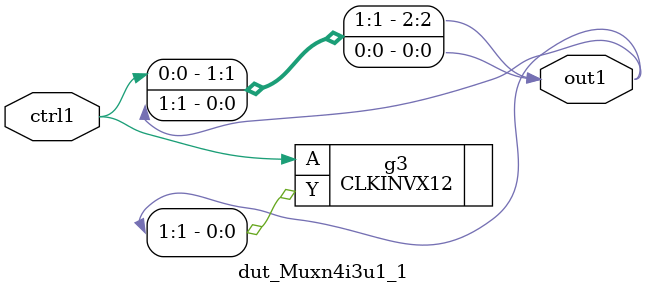
<source format=v>
`timescale 1ps / 1ps


module dut_Muxn4i3u1_1(ctrl1, out1);
  input ctrl1;
  output [2:0] out1;
  wire ctrl1;
  wire [2:0] out1;
  assign out1[0] = out1[1];
  assign out1[2] = ctrl1;
  CLKINVX12 g3(.A (ctrl1), .Y (out1[1]));
endmodule


</source>
